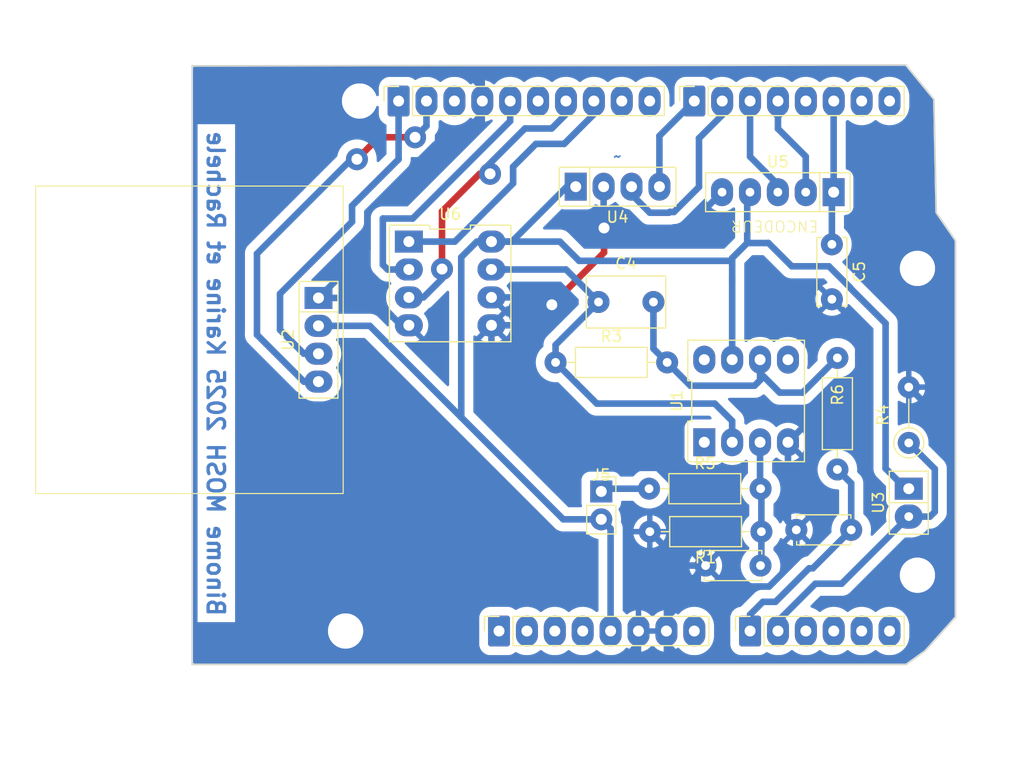
<source format=kicad_pcb>
(kicad_pcb (version 20241229) (generator "pcbnew") (generator_version "9.0")
  (title_block (title "KiCad Shield UNO 4 LED") (date "2024-09-01") (rev "1.0.0") (company "CNRS - Réseau des Electroniciens et Instrumentalistes (RdE)") (comment 1 "Arnauld BIGANZOLI <biganzoli@laplace.univ-tlse.fr>") (comment 2 "Opérateur CAO :") (comment 4 "Réalisation d'une shield 4 LED pour Arduino Uno"))
  (layers (0 "F.Cu" signal) (2 "B.Cu" signal) (13 "F.Paste" user) (15 "B.Paste" user) (5 "F.SilkS" user "F.Silkscreen") (7 "B.SilkS" user "B.Silkscreen") (1 "F.Mask" user) (3 "B.Mask" user) (25 "Edge.Cuts" user))
  (net 0 "")
  (net 4 "GND")
  (net 6 "R2")
  (net 8 "SDI")
  (net 9 "SCK")
  (net 10 "CS")
  (net 11 "OUT_FLEX")
  (net 13 "SCL")
  (net 14 "SDA")
  (net 15 "CLK")
  (net 17 "RX")
  (net 19 "TX")
  (net 22 "+3V3")
  (net 23 "VCC")
  (net 24 "DATA")
  (net 25 "SWITCH")
  (net 26 "Net-(J5-Pin_1)")
  (net 27 "/D8")
  (net 28 "/D9")
  (net 29 "Net-(U1-+)")
  (net 30 "ADC")
  (net 31 "Net-(C4-Pad2)")
  (net 35 "5V")
  (footprint "Connector_PinSocket_2.54mm:PinSocket_1x08_P2.54mm_Vertical" (layer "F.Cu") (at 127.94 97.46 90)
    (property "Reference" "J1" (hide yes))
    (property "Value" "Power")
    (fp_line (start 1.33 -1.33) (end 1.33 0) (stroke (width 0.12)) (layer "F.SilkS"))
    (fp_line (start 0 -1.33) (end 1.33 -1.33) (stroke (width 0.12)) (layer "F.SilkS"))
    (fp_line (start 1.33 1.27) (end 1.33 19.11) (stroke (width 0.12)) (layer "F.SilkS"))
    (fp_line (start -1.33 1.27) (end 1.33 1.27) (stroke (width 0.12)) (layer "F.SilkS"))
    (fp_line (start -1.33 1.27) (end -1.33 19.11) (stroke (width 0.12)) (layer "F.SilkS"))
    (fp_line (start -1.33 19.11) (end 1.33 19.11) (stroke (width 0.12)) (layer "F.SilkS"))
    (pad "1" thru_hole roundrect (at 0 0 90) (size 2.8 2) (drill 1) (layers "*.Cu" "*.Mask") (roundrect_rratio 0.125))
    (pad "2" thru_hole oval (at 0 2.54 90) (size 2.8 2) (drill 1) (layers "*.Cu" "*.Mask"))
    (pad "3" thru_hole oval (at 0 5.08 90) (size 2.8 2) (drill 1) (layers "*.Cu" "*.Mask"))
    (pad "4" thru_hole oval (at 0 7.62 90) (size 2.8 2) (drill 1) (layers "*.Cu" "*.Mask") (net 22 "+3V3"))
    (pad "5" thru_hole oval (at 0 10.16 90) (size 2.8 2) (drill 1) (layers "*.Cu" "*.Mask") (net 35 "5V"))
    (pad "6" thru_hole oval (at 0 12.7 90) (size 2.8 2) (drill 1) (layers "*.Cu" "*.Mask") (net 4 "GND"))
    (pad "7" thru_hole oval (at 0 15.24 90) (size 2.8 2) (drill 1) (layers "*.Cu" "*.Mask") (net 4 "GND"))
    (pad "8" thru_hole oval (at 0 17.78 90) (size 2.8 2) (drill 1) (layers "*.Cu" "*.Mask") (net 23 "VCC"))
  )
  (footprint "Connector_PinSocket_2.54mm:PinSocket_1x06_P2.54mm_Vertical" (layer "F.Cu") (at 150.8 97.46 90)
    (property "Reference" "J3" (hide yes))
    (property "Value" "Analog")
    (fp_line (start 1.33 -1.33) (end 1.33 0) (stroke (width 0.12)) (layer "F.SilkS"))
    (fp_line (start 0 -1.33) (end 1.33 -1.33) (stroke (width 0.12)) (layer "F.SilkS"))
    (fp_line (start 1.33 1.27) (end 1.33 14.03) (stroke (width 0.12)) (layer "F.SilkS"))
    (fp_line (start -1.33 1.27) (end 1.33 1.27) (stroke (width 0.12)) (layer "F.SilkS"))
    (fp_line (start -1.33 1.27) (end -1.33 14.03) (stroke (width 0.12)) (layer "F.SilkS"))
    (fp_line (start -1.33 14.03) (end 1.33 14.03) (stroke (width 0.12)) (layer "F.SilkS"))
    (pad "1" thru_hole roundrect (at 0 0 90) (size 2.8 2) (drill 1) (layers "*.Cu" "*.Mask") (roundrect_rratio 0.125) (net 30 "ADC"))
    (pad "2" thru_hole oval (at 0 2.54 90) (size 2.8 2) (drill 1) (layers "*.Cu" "*.Mask") (net 11 "OUT_FLEX"))
    (pad "3" thru_hole oval (at 0 5.08 90) (size 2.8 2) (drill 1) (layers "*.Cu" "*.Mask"))
    (pad "4" thru_hole oval (at 0 7.62 90) (size 2.8 2) (drill 1) (layers "*.Cu" "*.Mask"))
    (pad "5" thru_hole oval (at 0 10.16 90) (size 2.8 2) (drill 1) (layers "*.Cu" "*.Mask") (net 14 "SDA"))
    (pad "6" thru_hole oval (at 0 12.7 90) (size 2.8 2) (drill 1) (layers "*.Cu" "*.Mask") (net 13 "SCL"))
  )
  (footprint "Connector_PinSocket_2.54mm:PinSocket_1x10_P2.54mm_Vertical" (layer "F.Cu") (at 118.796 49.2 90)
    (property "Reference" "J2" (hide yes))
    (property "Value" "Digital/PWM")
    (fp_line (start 1.33 -1.33) (end 1.33 0) (stroke (width 0.12)) (layer "F.SilkS"))
    (fp_line (start 0 -1.33) (end 1.33 -1.33) (stroke (width 0.12)) (layer "F.SilkS"))
    (fp_line (start 1.33 1.27) (end 1.33 24.19) (stroke (width 0.12)) (layer "F.SilkS"))
    (fp_line (start -1.33 1.27) (end 1.33 1.27) (stroke (width 0.12)) (layer "F.SilkS"))
    (fp_line (start -1.33 1.27) (end -1.33 24.19) (stroke (width 0.12)) (layer "F.SilkS"))
    (fp_line (start -1.33 24.19) (end 1.33 24.19) (stroke (width 0.12)) (layer "F.SilkS"))
    (pad "1" thru_hole roundrect (at 0 0 90) (size 2.8 2) (drill 1) (layers "*.Cu" "*.Mask") (roundrect_rratio 0.125) (net 13 "SCL"))
    (pad "2" thru_hole oval (at 0 2.54 90) (size 2.8 2) (drill 1) (layers "*.Cu" "*.Mask") (net 14 "SDA"))
    (pad "3" thru_hole oval (at 0 5.08 90) (size 2.8 2) (drill 1) (layers "*.Cu" "*.Mask"))
    (pad "4" thru_hole oval (at 0 7.62 90) (size 2.8 2) (drill 1) (layers "*.Cu" "*.Mask") (net 4 "GND"))
    (pad "5" thru_hole oval (at 0 10.16 90) (size 2.8 2) (drill 1) (layers "*.Cu" "*.Mask") (net 9 "SCK"))
    (pad "6" thru_hole oval (at 0 12.7 90) (size 2.8 2) (drill 1) (layers "*.Cu" "*.Mask"))
    (pad "7" thru_hole oval (at 0 15.24 90) (size 2.8 2) (drill 1) (layers "*.Cu" "*.Mask") (net 8 "SDI"))
    (pad "8" thru_hole oval (at 0 17.78 90) (size 2.8 2) (drill 1) (layers "*.Cu" "*.Mask") (net 10 "CS"))
    (pad "9" thru_hole oval (at 0 20.32 90) (size 2.8 2) (drill 1) (layers "*.Cu" "*.Mask") (net 28 "/D9"))
    (pad "10" thru_hole oval (at 0 22.86 90) (size 2.8 2) (drill 1) (layers "*.Cu" "*.Mask") (net 27 "/D8"))
  )
  (footprint "Connector_PinSocket_2.54mm:PinSocket_1x08_P2.54mm_Vertical" (layer "F.Cu") (at 145.72 49.2 90)
    (property "Reference" "J4" (hide yes))
    (property "Value" "Digital/PWM")
    (fp_line (start 1.33 -1.33) (end 1.33 0) (stroke (width 0.12)) (layer "F.SilkS"))
    (fp_line (start 0 -1.33) (end 1.33 -1.33) (stroke (width 0.12)) (layer "F.SilkS"))
    (fp_line (start 1.33 1.27) (end 1.33 19.11) (stroke (width 0.12)) (layer "F.SilkS"))
    (fp_line (start -1.33 1.27) (end 1.33 1.27) (stroke (width 0.12)) (layer "F.SilkS"))
    (fp_line (start -1.33 1.27) (end -1.33 19.11) (stroke (width 0.12)) (layer "F.SilkS"))
    (fp_line (start -1.33 19.11) (end 1.33 19.11) (stroke (width 0.12)) (layer "F.SilkS"))
    (pad "1" thru_hole roundrect (at 0 0 90) (size 2.8 2) (drill 1) (layers "*.Cu" "*.Mask") (roundrect_rratio 0.125) (net 17 "RX"))
    (pad "2" thru_hole oval (at 0 2.54 90) (size 2.8 2) (drill 1) (layers "*.Cu" "*.Mask") (net 19 "TX"))
    (pad "3" thru_hole oval (at 0 5.08 90) (size 2.8 2) (drill 1) (layers "*.Cu" "*.Mask") (net 25 "SWITCH"))
    (pad "4" thru_hole oval (at 0 7.62 90) (size 2.8 2) (drill 1) (layers "*.Cu" "*.Mask") (net 24 "DATA"))
    (pad "5" thru_hole oval (at 0 10.16 90) (size 2.8 2) (drill 1) (layers "*.Cu" "*.Mask"))
    (pad "6" thru_hole oval (at 0 12.7 90) (size 2.8 2) (drill 1) (layers "*.Cu" "*.Mask") (net 15 "CLK"))
    (pad "7" thru_hole oval (at 0 15.24 90) (size 2.8 2) (drill 1) (layers "*.Cu" "*.Mask"))
    (pad "8" thru_hole oval (at 0 17.78 90) (size 2.8 2) (drill 1) (layers "*.Cu" "*.Mask"))
  )
  (footprint "Capacitor_THT:C_Rect_L7.0mm_W4.5mm_P5.00mm" (layer "F.Cu") (at 137 67.5)
    (property "Reference" "C4" (at 2.5 -3.5 0) (layer "F.SilkS"))
    (property "Value" "1µ")
    (fp_line (start -1.12 -2.37) (end -1.12 2.37) (stroke (width 0.12)) (layer "F.SilkS"))
    (fp_line (start -1.12 -2.37) (end 6.12 -2.37) (stroke (width 0.12)) (layer "F.SilkS"))
    (fp_line (start -1.12 2.37) (end 6.12 2.37) (stroke (width 0.12)) (layer "F.SilkS"))
    (fp_line (start 6.12 -2.37) (end 6.12 2.37) (stroke (width 0.12)) (layer "F.SilkS"))
    (pad "1" thru_hole circle (at 0 0) (size 2 2) (drill 0.8) (layers "*.Cu" "*.Mask") (net 6 "R2"))
    (pad "2" thru_hole circle (at 5 0) (size 2 2) (drill 0.8) (layers "*.Cu" "*.Mask") (net 31 "Net-(C4-Pad2)"))
  )
  (footprint "Capacitor_THT:C_Disc_D6.0mm_W2.5mm_P5.00mm" (layer "F.Cu") (at 158.25 62.25 -90)
    (property "Reference" "C5" (at 2.5 -2.5 90) (layer "F.SilkS"))
    (property "Value" "100n")
    (fp_line (start -0.62 1.37) (end 5.62 1.37) (stroke (width 0.12)) (layer "F.SilkS"))
    (fp_line (start -0.62 0.925) (end -0.62 1.37) (stroke (width 0.12)) (layer "F.SilkS"))
    (fp_line (start 5.62 0.925) (end 5.62 1.37) (stroke (width 0.12)) (layer "F.SilkS"))
    (fp_line (start -0.62 -1.37) (end -0.62 -0.925) (stroke (width 0.12)) (layer "F.SilkS"))
    (fp_line (start -0.62 -1.37) (end 5.62 -1.37) (stroke (width 0.12)) (layer "F.SilkS"))
    (fp_line (start 5.62 -1.37) (end 5.62 -0.925) (stroke (width 0.12)) (layer "F.SilkS"))
    (pad "1" thru_hole circle (at 0 0 270) (size 2 2) (drill 0.8) (layers "*.Cu" "*.Mask") (net 15 "CLK"))
    (pad "2" thru_hole circle (at 5 0 270) (size 2 2) (drill 0.8) (layers "*.Cu" "*.Mask") (net 4 "GND"))
  )
  (footprint "MaLibEmpreinte:Potentiometre" (layer "F.Cu") (at 123.49 65.81 -90)
    (property "Reference" "U6" (at -6.31 0 0) (layer "F.SilkS"))
    (property "Value" "~")
    (fp_line (start -5.31 5.53) (end 5.31 5.53) (stroke (width 0.12)) (layer "F.SilkS"))
    (fp_line (start 5.31 5.53) (end 5.31 -5.53) (stroke (width 0.12)) (layer "F.SilkS"))
    (fp_line (start -5.31 1.843333) (end -5.31 5.53) (stroke (width 0.12)) (layer "F.SilkS"))
    (fp_line (start -4.95 1.843333) (end -5.31 1.843333) (stroke (width 0.12)) (layer "F.SilkS"))
    (fp_line (start -5.31 -1.843333) (end -4.95 -1.843333) (stroke (width 0.12)) (layer "F.SilkS"))
    (fp_line (start -4.95 -1.843333) (end -4.95 1.843333) (stroke (width 0.12)) (layer "F.SilkS"))
    (fp_line (start -5.31 -5.53) (end -5.31 -1.843333) (stroke (width 0.12)) (layer "F.SilkS"))
    (fp_line (start 5.31 -5.53) (end -5.31 -5.53) (stroke (width 0.12)) (layer "F.SilkS"))
    (pad "1" thru_hole rect (at -3.81 3.76 270) (size 2 2.54) (drill 1) (layers "*.Cu" "*.Mask") (net 10 "CS"))
    (pad "2" thru_hole oval (at -1.27 3.76 270) (size 2 2.54) (drill 1) (layers "*.Cu" "*.Mask") (net 9 "SCK"))
    (pad "3" thru_hole oval (at 1.27 3.76 270) (size 2 2.54) (drill 1) (layers "*.Cu" "*.Mask") (net 8 "SDI"))
    (pad "4" thru_hole oval (at 3.81 3.76 270) (size 2 2.54) (drill 1) (layers "*.Cu" "*.Mask") (net 4 "GND"))
    (pad "5" thru_hole oval (at 3.81 -3.76 270) (size 2 2.54) (drill 1) (layers "*.Cu" "*.Mask") (net 4 "GND"))
    (pad "6" thru_hole oval (at 1.27 -3.76 270) (size 2 2.54) (drill 1) (layers "*.Cu" "*.Mask") (net 4 "GND"))
    (pad "7" thru_hole oval (at -1.27 -3.76 270) (size 2 2.54) (drill 1) (layers "*.Cu" "*.Mask") (net 6 "R2"))
    (pad "8" thru_hole oval (at -3.81 -3.76 270) (size 2 2.54) (drill 1) (layers "*.Cu" "*.Mask") (net 35 "5V"))
  )
  (footprint "MaLibEmpreinte:Flex sensor" (layer "F.Cu") (at 165.25 85.77 -90)
    (property "Reference" "U3" (at 0 2.77 90) (layer "F.SilkS"))
    (property "Value" "~")
    (fp_line (start -2.87 1.77) (end -2.87 -1.77) (stroke (width 0.12)) (layer "F.SilkS"))
    (fp_line (start 2.87 1.77) (end -2.87 1.77) (stroke (width 0.12)) (layer "F.SilkS"))
    (fp_line (start -2.87 -1.77) (end 2.87 -1.77) (stroke (width 0.12)) (layer "F.SilkS"))
    (fp_line (start 0 -1.77) (end 0 1.77) (stroke (width 0.12)) (layer "F.SilkS"))
    (fp_line (start 2.87 -1.77) (end 2.87 1.77) (stroke (width 0.12)) (layer "F.SilkS"))
    (pad "1" thru_hole rect (at -1.27 0 270) (size 2 2.54) (drill 1) (layers "*.Cu" "*.Mask") (net 35 "5V"))
    (pad "2" thru_hole oval (at 1.27 0 270) (size 2.2 2.54) (drill 0.8) (layers "*.Cu" "*.Mask") (net 11 "OUT_FLEX"))
  )
  (footprint "Resistor_THT:R_Axial_DIN0207_L6.3mm_D2.5mm_P10.16mm_Horizontal" (layer "F.Cu") (at 151.83 88.41 180)
    (property "Reference" "R1" (at 5.08 -2.37 0) (layer "F.SilkS"))
    (property "Value" "100k")
    (fp_line (start 9.12 0) (end 8.35 0) (stroke (width 0.12)) (layer "F.SilkS"))
    (fp_line (start 8.35 1.37) (end 8.35 -1.37) (stroke (width 0.12)) (layer "F.SilkS"))
    (fp_line (start 8.35 -1.37) (end 1.81 -1.37) (stroke (width 0.12)) (layer "F.SilkS"))
    (fp_line (start 1.81 1.37) (end 8.35 1.37) (stroke (width 0.12)) (layer "F.SilkS"))
    (fp_line (start 1.81 -1.37) (end 1.81 1.37) (stroke (width 0.12)) (layer "F.SilkS"))
    (fp_line (start 1.04 0) (end 1.81 0) (stroke (width 0.12)) (layer "F.SilkS"))
    (pad "1" thru_hole circle (at 0 0 180) (size 2 2) (drill 0.8) (layers "*.Cu" "*.Mask") (net 29 "Net-(U1-+)"))
    (pad "2" thru_hole oval (at 10.16 0 180) (size 2 2) (drill 0.8) (layers "*.Cu" "*.Mask") (net 4 "GND"))
  )
  (footprint "MaLibEmpreinte:OLED" (layer "F.Cu") (at 111.5 70.94 -90)
    (property "Reference" "U2" (at 0 2.77 90) (layer "F.SilkS"))
    (property "Value" "~")
    (fp_line (start -5.31 1.77) (end -5.31 -1.77) (stroke (width 0.12)) (layer "F.SilkS"))
    (fp_line (start 5.31 1.77) (end -5.31 1.77) (stroke (width 0.12)) (layer "F.SilkS"))
    (fp_line (start -5.31 -1.77) (end 5.31 -1.77) (stroke (width 0.12)) (layer "F.SilkS"))
    (fp_line (start -2.54 -1.77) (end -2.54 1.77) (stroke (width 0.12)) (layer "F.SilkS"))
    (fp_line (start 5.31 -1.77) (end 5.31 1.77) (stroke (width 0.12)) (layer "F.SilkS"))
    (fp_rect (start -14 -2.25) (end 14 25.75) (stroke (width 0.1)) (fill no) (layer "F.SilkS"))
    (pad "1" thru_hole rect (at -3.81 0 270) (size 2 2.54) (drill 1) (layers "*.Cu" "*.Mask") (net 4 "GND"))
    (pad "2" thru_hole oval (at -1.27 0 270) (size 2 2.54) (drill 1) (layers "*.Cu" "*.Mask") (net 35 "5V"))
    (pad "3" thru_hole oval (at 1.27 0 270) (size 2 2.54) (drill 1) (layers "*.Cu" "*.Mask") (net 13 "SCL"))
    (pad "4" thru_hole oval (at 3.81 0 270) (size 2 2.54) (drill 1) (layers "*.Cu" "*.Mask") (net 14 "SDA"))
  )
  (footprint "Resistor_THT:R_Axial_DIN0207_L6.3mm_D2.5mm_P10.16mm_Horizontal" (layer "F.Cu") (at 141.6 84.5)
    (property "Reference" "R5" (at 5.095 -2.305 0) (layer "F.SilkS"))
    (property "Value" "10k")
    (fp_line (start 1.04 0) (end 1.81 0) (stroke (width 0.12)) (layer "F.SilkS"))
    (fp_line (start 1.81 -1.37) (end 1.81 1.37) (stroke (width 0.12)) (layer "F.SilkS"))
    (fp_line (start 1.81 1.37) (end 8.35 1.37) (stroke (width 0.12)) (layer "F.SilkS"))
    (fp_line (start 8.35 -1.37) (end 1.81 -1.37) (stroke (width 0.12)) (layer "F.SilkS"))
    (fp_line (start 8.35 1.37) (end 8.35 -1.37) (stroke (width 0.12)) (layer "F.SilkS"))
    (fp_line (start 9.12 0) (end 8.35 0) (stroke (width 0.12)) (layer "F.SilkS"))
    (pad "1" thru_hole circle (at 0 0) (size 2 2) (drill 0.8) (layers "*.Cu" "*.Mask") (net 26 "Net-(J5-Pin_1)"))
    (pad "2" thru_hole oval (at 10.16 0) (size 2 2) (drill 0.8) (layers "*.Cu" "*.Mask") (net 29 "Net-(U1-+)"))
  )
  (footprint "Capacitor_THT:C_Disc_D5.0mm_W2.5mm_P5.00mm" (layer "F.Cu") (at 151.75 91.5 180)
    (property "Reference" "C1" (hide yes))
    (property "Value" "100n")
    (fp_line (start 5.12 1.055) (end 5.12 1.37) (stroke (width 0.12)) (layer "F.SilkS"))
    (fp_line (start 5.12 -1.37) (end 5.12 -1.055) (stroke (width 0.12)) (layer "F.SilkS"))
    (fp_line (start -0.12 1.37) (end 5.12 1.37) (stroke (width 0.12)) (layer "F.SilkS"))
    (fp_line (start -0.12 1.055) (end -0.12 1.37) (stroke (width 0.12)) (layer "F.SilkS"))
    (fp_line (start -0.12 -1.37) (end 5.12 -1.37) (stroke (width 0.12)) (layer "F.SilkS"))
    (fp_line (start -0.12 -1.37) (end -0.12 -1.055) (stroke (width 0.12)) (layer "F.SilkS"))
    (pad "1" thru_hole circle (at 0 0 180) (size 2 2) (drill 0.8) (layers "*.Cu" "*.Mask") (net 29 "Net-(U1-+)"))
    (pad "2" thru_hole circle (at 5 0 180) (size 2 2) (drill 0.8) (layers "*.Cu" "*.Mask") (net 4 "GND"))
  )
  (footprint "Arduino_MountingHole:MountingHole_3.2mm" (layer "F.Cu") (at 115.24 49.2)
    (property "Reference" "MH1" (hide yes))
    (property "Value" "MountingHole_3.2mm" (hide yes))
    (pad "" np_thru_hole circle (at 0 0) (size 3.2 3.2) (drill 3.2) (layers "*.Cu" "*.Mask"))
  )
  (footprint "Connector_PinSocket_2.54mm:PinSocket_1x02_P2.54mm_Vertical" (layer "F.Cu") (at 137.25 84.75)
    (property "Reference" "J5" (at 0 -1.5 0) (layer "F.SilkS"))
    (property "Value" "Capteur")
    (fp_line (start -1.33 1.27) (end -1.33 3.87) (stroke (width 0.12)) (layer "F.SilkS"))
    (fp_line (start -1.33 1.27) (end 1.33 1.27) (stroke (width 0.12)) (layer "F.SilkS"))
    (fp_line (start -1.33 3.87) (end 1.33 3.87) (stroke (width 0.12)) (layer "F.SilkS"))
    (fp_line (start 0 -1.33) (end 1.33 -1.33) (stroke (width 0.12)) (layer "F.SilkS"))
    (fp_line (start 1.33 -1.33) (end 1.33 0) (stroke (width 0.12)) (layer "F.SilkS"))
    (fp_line (start 1.33 1.27) (end 1.33 3.87) (stroke (width 0.12)) (layer "F.SilkS"))
    (pad "1" thru_hole rect (at 0 0) (size 2 2) (drill 1) (layers "*.Cu" "*.Mask") (net 26 "Net-(J5-Pin_1)"))
    (pad "2" thru_hole oval (at 0 2.54) (size 2 2) (drill 1) (layers "*.Cu" "*.Mask") (net 35 "5V"))
  )
  (footprint "MaLibEmpreinte:ENCODEUR" (layer "F.Cu") (at 153.33 57.5 180)
    (property "Reference" "U5" (at 0 2.77 0) (layer "F.SilkS"))
    (property "Value" "~" (hide yes))
    (fp_line (start 6.58 1.77) (end -6.58 1.77) (stroke (width 0.12)) (layer "F.SilkS"))
    (fp_line (start 6.58 -1.77) (end 6.58 1.77) (stroke (width 0.12)) (layer "F.SilkS"))
    (fp_line (start -3.81 -1.77) (end -3.81 1.77) (stroke (width 0.12)) (layer "F.SilkS"))
    (fp_line (start -6.58 1.77) (end -6.58 -1.77) (stroke (width 0.12)) (layer "F.SilkS"))
    (fp_line (start -6.58 -1.77) (end 6.58 -1.77) (stroke (width 0.12)) (layer "F.SilkS"))
    (fp_text user "ENCODEUR" (at -3.75 -2.5 180) (layer "F.SilkS") (effects (font (thickness 0.1)) (justify left bottom)))
    (pad "1" thru_hole rect (at -5.08 0 180) (size 2 2.54) (drill 1) (layers "*.Cu" "*.Mask") (net 15 "CLK"))
    (pad "2" thru_hole oval (at -2.54 0 180) (size 2 2.54) (drill 0.8) (layers "*.Cu" "*.Mask") (net 24 "DATA"))
    (pad "3" thru_hole oval (at 0 0 180) (size 2 2.54) (drill 0.8) (layers "*.Cu" "*.Mask") (net 25 "SWITCH"))
    (pad "4" thru_hole oval (at 2.54 0 180) (size 2 2.54) (drill 0.8) (layers "*.Cu" "*.Mask") (net 35 "5V"))
    (pad "5" thru_hole oval (at 5.08 0 180) (size 2 2.54) (drill 0.8) (layers "*.Cu" "*.Mask") (net 4 "GND"))
  )
  (footprint "Capacitor_THT:C_Disc_D4.7mm_W2.5mm_P5.00mm" (layer "F.Cu") (at 160.01 88.25 180)
    (property "Reference" "C2" (hide yes))
    (property "Value" "100n")
    (fp_line (start 4.97 1.055) (end 4.97 1.37) (stroke (width 0.12)) (layer "F.SilkS"))
    (fp_line (start 4.97 -1.37) (end 4.97 -1.055) (stroke (width 0.12)) (layer "F.SilkS"))
    (fp_line (start 0.03 1.37) (end 4.97 1.37) (stroke (width 0.12)) (layer "F.SilkS"))
    (fp_line (start 0.03 1.055) (end 0.03 1.37) (stroke (width 0.12)) (layer "F.SilkS"))
    (fp_line (start 0.03 -1.37) (end 4.97 -1.37) (stroke (width 0.12)) (layer "F.SilkS"))
    (fp_line (start 0.03 -1.37) (end 0.03 -1.055) (stroke (width 0.12)) (layer "F.SilkS"))
    (pad "1" thru_hole circle (at 0 0 180) (size 2 2) (drill 0.8) (layers "*.Cu" "*.Mask") (net 30 "ADC"))
    (pad "2" thru_hole circle (at 5 0 180) (size 2 2) (drill 0.8) (layers "*.Cu" "*.Mask") (net 4 "GND"))
  )
  (footprint "MaLibEmpreinte:LTC1050" (layer "F.Cu") (at 150.44 76.51)
    (property "Reference" "U1" (at -6.31 0 90) (layer "F.SilkS"))
    (property "Value" "LTC1050")
    (fp_line (start -5.31 -5.53) (end -5.31 -1.843333) (stroke (width 0.12)) (layer "F.SilkS"))
    (fp_line (start -5.31 -1.843333) (end -4.95 -1.843333) (stroke (width 0.12)) (layer "F.SilkS"))
    (fp_line (start -5.31 1.843333) (end -5.31 5.53) (stroke (width 0.12)) (layer "F.SilkS"))
    (fp_line (start -5.31 5.53) (end 5.31 5.53) (stroke (width 0.12)) (layer "F.SilkS"))
    (fp_line (start -4.95 -1.843333) (end -4.95 1.843333) (stroke (width 0.12)) (layer "F.SilkS"))
    (fp_line (start -4.95 1.843333) (end -5.31 1.843333) (stroke (width 0.12)) (layer "F.SilkS"))
    (fp_line (start 5.31 -5.53) (end -5.31 -5.53) (stroke (width 0.12)) (layer "F.SilkS"))
    (fp_line (start 5.31 5.53) (end 5.31 -5.53) (stroke (width 0.12)) (layer "F.SilkS"))
    (pad "1" thru_hole rect (at -3.81 3.76) (size 2 2.54) (drill 1) (layers "*.Cu" "*.Mask"))
    (pad "2" thru_hole oval (at -1.27 3.76) (size 2 2.54) (drill 1) (layers "*.Cu" "*.Mask") (net 6 "R2"))
    (pad "3" thru_hole oval (at 1.27 3.76) (size 2 2.54) (drill 1) (layers "*.Cu" "*.Mask") (net 29 "Net-(U1-+)"))
    (pad "4" thru_hole oval (at 3.81 3.76) (size 2 2.54) (drill 1) (layers "*.Cu" "*.Mask") (net 4 "GND"))
    (pad "5" thru_hole oval (at 3.81 -3.76) (size 2 2.54) (drill 1) (layers "*.Cu" "*.Mask"))
    (pad "6" thru_hole oval (at 1.27 -3.76) (size 2 2.54) (drill 1) (layers "*.Cu" "*.Mask") (net 31 "Net-(C4-Pad2)"))
    (pad "7" thru_hole oval (at -1.27 -3.76) (size 2 2.54) (drill 1) (layers "*.Cu" "*.Mask") (net 35 "5V"))
    (pad "8" thru_hole oval (at -3.81 -3.76) (size 2 2.54) (drill 1) (layers "*.Cu" "*.Mask"))
  )
  (footprint "Resistor_THT:R_Axial_DIN0207_L6.3mm_D2.5mm_P10.16mm_Horizontal" (layer "F.Cu") (at 158.75 72.59 -90)
    (property "Reference" "R6" (at 3.36 -0.01 90) (layer "F.SilkS"))
    (property "Value" "1k")
    (fp_line (start 1.81 1.37) (end 8.35 1.37) (stroke (width 0.12)) (layer "F.SilkS"))
    (fp_line (start 8.35 1.37) (end 8.35 -1.37) (stroke (width 0.12)) (layer "F.SilkS"))
    (fp_line (start 1.04 0) (end 1.81 0) (stroke (width 0.12)) (layer "F.SilkS"))
    (fp_line (start 9.12 0) (end 8.35 0) (stroke (width 0.12)) (layer "F.SilkS"))
    (fp_line (start 1.81 -1.37) (end 1.81 1.37) (stroke (width 0.12)) (layer "F.SilkS"))
    (fp_line (start 8.35 -1.37) (end 1.81 -1.37) (stroke (width 0.12)) (layer "F.SilkS"))
    (pad "1" thru_hole circle (at 0 0 270) (size 2 2) (drill 0.8) (layers "*.Cu" "*.Mask") (net 31 "Net-(C4-Pad2)"))
    (pad "2" thru_hole oval (at 10.16 0 270) (size 2 2) (drill 0.8) (layers "*.Cu" "*.Mask") (net 30 "ADC"))
  )
  (footprint "MaLibEmpreinte:bluetooth" (layer "F.Cu") (at 138.735 57)
    (property "Reference" "U4" (at 0 2.77 0) (layer "F.SilkS"))
    (property "Value" "~" (at 0 -2.77 0) (layer "B.Cu"))
    (fp_line (start -5.31 -1.77) (end 5.31 -1.77) (stroke (width 0.12)) (layer "F.SilkS"))
    (fp_line (start -5.31 1.77) (end -5.31 -1.77) (stroke (width 0.12)) (layer "F.SilkS"))
    (fp_line (start -2.54 -1.77) (end -2.54 1.77) (stroke (width 0.12)) (layer "F.SilkS"))
    (fp_line (start 5.31 -1.77) (end 5.31 1.77) (stroke (width 0.12)) (layer "F.SilkS"))
    (fp_line (start 5.31 1.77) (end -5.31 1.77) (stroke (width 0.12)) (layer "F.SilkS"))
    (pad "1" thru_hole rect (at -3.81 0) (size 2 2.54) (drill 1) (layers "*.Cu" "*.Mask") (net 35 "5V"))
    (pad "2" thru_hole oval (at -1.27 0) (size 2 2.54) (drill 1) (layers "*.Cu" "*.Mask") (net 4 "GND"))
    (pad "3" thru_hole oval (at 1.27 0) (size 2 2.54) (drill 1) (layers "*.Cu" "*.Mask") (net 19 "TX"))
    (pad "4" thru_hole oval (at 3.81 0) (size 2 2.54) (drill 1) (layers "*.Cu" "*.Mask") (net 17 "RX"))
  )
  (footprint "Resistor_THT:R_Axial_DIN0207_L6.3mm_D2.5mm_P10.16mm_Horizontal" (layer "F.Cu") (at 133.09 73)
    (property "Reference" "R3" (at 5.08 -2.37 0) (layer "F.SilkS"))
    (property "Value" "100k")
    (fp_line (start 1.04 0) (end 1.81 0) (stroke (width 0.12)) (layer "F.SilkS"))
    (fp_line (start 1.81 -1.37) (end 1.81 1.37) (stroke (width 0.12)) (layer "F.SilkS"))
    (fp_line (start 1.81 1.37) (end 8.35 1.37) (stroke (width 0.12)) (layer "F.SilkS"))
    (fp_line (start 8.35 -1.37) (end 1.81 -1.37) (stroke (width 0.12)) (layer "F.SilkS"))
    (fp_line (start 8.35 1.37) (end 8.35 -1.37) (stroke (width 0.12)) (layer "F.SilkS"))
    (fp_line (start 9.12 0) (end 8.35 0) (stroke (width 0.12)) (layer "F.SilkS"))
    (pad "1" thru_hole circle (at 0 0) (size 2 2) (drill 0.8) (layers "*.Cu" "*.Mask") (net 6 "R2"))
    (pad "2" thru_hole oval (at 10.16 0) (size 2 2) (drill 0.8) (layers "*.Cu" "*.Mask") (net 31 "Net-(C4-Pad2)"))
  )
  (footprint "Arduino_MountingHole:MountingHole_3.2mm" (layer "F.Cu") (at 113.97 97.46)
    (property "Reference" "MH2" (hide yes))
    (property "Value" "MountingHole_3.2mm" (hide yes))
    (pad "" np_thru_hole circle (at 0 0) (size 3.2 3.2) (drill 3.2) (layers "*.Cu" "*.Mask"))
  )
  (footprint "Arduino_MountingHole:MountingHole_3.2mm" (layer "F.Cu") (at 166.04 64.44)
    (property "Reference" "MH3" (hide yes))
    (property "Value" "MountingHole_3.2mm" (hide yes))
    (pad "" np_thru_hole circle (at 0 0) (size 3.2 3.2) (drill 3.2) (layers "*.Cu" "*.Mask"))
  )
  (footprint "Arduino_MountingHole:MountingHole_3.2mm" (layer "F.Cu") (at 166.04 92.38)
    (property "Reference" "MH4" (hide yes))
    (property "Value" "MountingHole_3.2mm" (hide yes))
    (pad "" np_thru_hole circle (at 0 0) (size 3.2 3.2) (drill 3.2) (layers "*.Cu" "*.Mask"))
  )
  (footprint "Resistor_THT:R_Axial_DIN0207_L6.3mm_D2.5mm_P5.08mm_Vertical" (layer "F.Cu") (at 165.25 80.33 90)
    (property "Reference" "R4" (at 2.54 -2.37 90) (layer "F.SilkS"))
    (property "Value" "47k")
    (fp_line (start 1.37 0) (end 3.98 0) (stroke (width 0.12)) (layer "F.SilkS"))
    (fp_circle (center 0 0) (end 1.37 0) (stroke (width 0.12)) (fill no) (layer "F.SilkS"))
    (pad "1" thru_hole circle (at 0 0 90) (size 2 2) (drill 0.8) (layers "*.Cu" "*.Mask") (net 11 "OUT_FLEX"))
    (pad "2" thru_hole oval (at 5.08 0 90) (size 2 2) (drill 0.8) (layers "*.Cu" "*.Mask") (net 4 "GND"))
  )
  (gr_line (start 167.75 59.36) (end 169.5 61.9) (stroke (width 0.15)) (layer "Edge.Cuts"))
  (gr_line (start 100 100.5) (end 100 46) (stroke (width 0.15)) (layer "Edge.Cuts"))
  (gr_line (start 169.5 61.9) (end 169.5 96.19) (stroke (width 0.15)) (layer "Edge.Cuts"))
  (gr_line (start 165.008 100.5) (end 100 100.5) (stroke (width 0.15)) (layer "Edge.Cuts"))
  (gr_line (start 100 46) (end 164.98 45.92) (stroke (width 0.15)) (layer "Edge.Cuts"))
  (gr_line (start 169.5 96.19) (end 166.75 99.25) (stroke (width 0.15)) (layer "Edge.Cuts"))
  (gr_line (start 164.98 45.92) (end 167.54 49.04) (stroke (width 0.15)) (layer "Edge.Cuts"))
  (gr_line (start 167.54 49.04) (end 167.75 59.36) (stroke (width 0.15)) (layer "Edge.Cuts"))
  (gr_line (start 166.75 99.25) (end 165.008 100.5) (stroke (width 0.15)) (layer "Edge.Cuts"))
  (gr_text "Binome MOSH 2025 Karine et Rachele " (at 101.25 96.25 270) (layer "B.Cu") (effects (font (size 1.5 1.5) (thickness 0.3) (bold yes)) (justify left bottom mirror)))
  (segment (start 137.503319 62.996681) (end 137.503319 60.76) (width 0.6) (layer "F.Cu") (net 4))
  (segment (start 132.75 67.75) (end 137.503319 62.996681) (width 0.6) (layer "F.Cu") (net 4))
  (via (at 132.75 67.75) (size 2) (drill 1) (layers "F.Cu" "B.Cu") (net 4))
  (via (at 137.503319 60.76) (size 2) (drill 1) (layers "F.Cu" "B.Cu") (net 4))
  (segment (start 146.75 86.96158) (end 146.75 91.5) (width 0.6) (layer "B.Cu") (net 4))
  (segment (start 154.25 80.27) (end 154.25 87.49) (width 0.6) (layer "B.Cu") (net 4))
  (segment (start 111.5 67.13) (end 116.538737 67.13) (width 0.6) (layer "B.Cu") (net 4))
  (segment (start 132.75058 82.599) (end 142.38742 82.599) (width 0.6) (layer "B.Cu") (net 4))
  (segment (start 154.25 80.27) (end 154.25 80) (width 0.6) (layer "B.Cu") (net 4))
  (segment (start 115.957 62.673) (end 115.957 59.318273) (width 0.6) (layer "B.Cu") (net 4))
  (segment (start 164.370263 99.961) (end 144.481 99.961) (width 0.6) (layer "B.Cu") (net 4))
  (segment (start 160.651 69.651) (end 160.651 73.869) (width 0.6) (layer "B.Cu") (net 4))
  (segment (start 137.514319 60.771) (end 137.503319 60.76) (width 0.6) (layer "B.Cu") (net 4))
  (segment (start 146.039 93.401) (end 146.039 92.211) (width 0.6) (layer "B.Cu") (net 4))
  (segment (start 104.5 79.25) (end 125.211 99.961) (width 0.6) (layer "B.Cu") (net 4))
  (segment (start 144.979 60.771) (end 137.514319 60.771) (width 0.6) (layer "B.Cu") (net 4))
  (segment (start 125.115 46.699) (end 110.801 46.699) (width 0.6) (layer "B.Cu") (net 4))
  (segment (start 137.465 57) (end 137.465 60.721681) (width 0.6) (layer "B.Cu") (net 4))
  (segment (start 126.416 49.2) (end 126.416 48) (width 0.6) (layer "B.Cu") (net 4))
  (segment (start 160.651 73.869) (end 154.25 80.27) (width 0.6) (layer "B.Cu") (net 4))
  (segment (start 142.38742 82.599) (end 146.75 86.96158) (width 0.6) (layer "B.Cu") (net 4))
  (segment (start 140.64 98.66) (end 140.64 97.46) (width 0.6) (layer "B.Cu") (net 4))
  (segment (start 127.25 77.09842) (end 132.75058 82.599) (width 0.6) (layer "B.Cu") (net 4))
  (segment (start 104.5 71.554898) (end 104.5 79.25) (width 0.6) (layer "B.Cu") (net 4))
  (segment (start 137.524 60.571) (end 144.301056 60.571) (width 0.2) (layer "B.Cu") (net 4))
  (segment (start 126.416 50.4) (end 126.416 49.2) (width 0.6) (layer "B.Cu") (net 4))
  (segment (start 127.25 69.62) (end 127.25 77.09842) (width 0.6) (layer "B.Cu") (net 4))
  (segment (start 144.481 99.961) (end 143.18 98.66) (width 0.6) (layer "B.Cu") (net 4))
  (segment (start 110.801 46.699) (end 104.5 53) (width 0.6) (layer "B.Cu") (net 4))
  (segment (start 146.039 92.211) (end 146.75 91.5) (width 0.6) (layer "B.Cu") (net 4))
  (segment (start 137.465 60.721681) (end 137.503319 60.76) (width 0.6) (layer "B.Cu") (net 4))
  (segment (start 144.76 91.5) (end 141.67 88.41) (width 0.6) (layer "B.Cu") (net 4))
  (segment (start 115.957 59.318273) (end 122.115024 53.160249) (width 0.6) (layer "B.Cu") (net 4))
  (segment (start 137.295 57.17) (end 137.465 57) (width 0.6) (layer "B.Cu") (net 4))
  (segment (start 169.021 79.021) (end 169.021 95.310263) (width 0.6) (layer "B.Cu") (net 4))
  (segment (start 123.655751 53.160249) (end 126.416 50.4) (width 0.6) (layer "B.Cu") (net 4))
  (segment (start 143.18 96.26) (end 143.18 97.46) (width 0.6) (layer "B.Cu") (net 4))
  (segment (start 146.039 93.401) (end 143.18 96.26) (width 0.6) (layer "B.Cu") (net 4))
  (segment (start 146.75 91.5) (end 144.76 91.5) (width 0.6) (layer "B.Cu") (net 4))
  (segment (start 154.25 87.49) (end 155.01 88.25) (width 0.6) (layer "B.Cu") (net 4))
  (segment (start 132.08 67.08) (end 132.75 67.75) (width 0.6) (layer "B.Cu") (net 4))
  (segment (start 148 56.75) (end 148 57.154899) (width 0.6) (layer "B.Cu") (net 4))
  (segment (start 127.25 67.08) (end 132.08 67.08) (width 0.6) (layer "B.Cu") (net 4))
  (segment (start 104.5 70.025102) (end 104.315 70.210102) (width 0.6) (layer "B.Cu") (net 4))
  (segment (start 127.25 69.62) (end 130.88 69.62) (width 0.6) (layer "B.Cu") (net 4))
  (segment (start 126.416 49.2) (end 126.416 48.4) (width 0.2) (layer "B.Cu") (net 4))
  (segment (start 104.315 71.369898) (end 104.5 71.554898) (width 0.6) (layer "B.Cu") (net 4))
  (segment (start 104.5 53) (end 104.5 70.025102) (width 0.6) (layer "B.Cu") (net 4))
  (segment (start 155.01 90.92842) (end 152.53742 93.401) (width 0.6) (layer "B.Cu") (net 4))
  (segment (start 119.028737 69.62) (end 119.73 69.62) (width 0.6) (layer "B.Cu") (net 4))
  (segment (start 116.538737 67.13) (end 119.028737 69.62) (width 0.6) (layer "B.Cu") (net 4))
  (segment (start 126.416 49.2) (end 126.416 48.65158) (width 0.2) (layer "B.Cu") (net 4))
  (segment (start 148.25 57.5) (end 144.979 60.771) (width 0.6) (layer "B.Cu") (net 4))
  (segment (start 143.18 98.66) (end 143.18 97.46) (width 0.6) (layer "B.Cu") (net 4))
  (segment (start 169.021 95.310263) (end 164.370263 99.961) (width 0.6) (layer "B.Cu") (net 4))
  (segment (start 126.416 48) (end 125.115 46.699) (width 0.6) (layer "B.Cu") (net 4))
  (segment (start 130.88 69.62) (end 132.75 67.75) (width 0.6) (layer "B.Cu") (net 4))
  (segment (start 125.211 99.961) (end 139.339 99.961) (width 0.6) (layer "B.Cu") (net 4))
  (segment (start 158.25 67.25) (end 160.651 69.651) (width 0.6) (layer "B.Cu") (net 4))
  (segment (start 165.25 75.25) (end 169.021 79.021) (width 0.6) (layer "B.Cu") (net 4))
  (segment (start 152.53742 93.401) (end 146.039 93.401) (width 0.6) (layer "B.Cu") (net 4))
  (segment (start 155.01 88.25) (end 155.01 90.92842) (width 0.6) (layer "B.Cu") (net 4))
  (segment (start 122.115024 53.160249) (end 123.655751 53.160249) (width 0.6) (layer "B.Cu") (net 4))
  (segment (start 104.315 70.210102) (end 104.315 71.369898) (width 0.6) (layer "B.Cu") (net 4))
  (segment (start 111.5 67.13) (end 115.957 62.673) (width 0.6) (layer "B.Cu") (net 4))
  (segment (start 148 56.872056) (end 148 56.75) (width 0.2) (layer "B.Cu") (net 4))
  (segment (start 139.339 99.961) (end 140.64 98.66) (width 0.6) (layer "B.Cu") (net 4))
  (segment (start 127.25 64.54) (end 134.04 64.54) (width 0.6) (layer "B.Cu") (net 6))
  (segment (start 149.17 78.338) (end 147.582 76.75) (width 0.6) (layer "B.Cu") (net 6))
  (segment (start 127.25 64.54) (end 128.58 64.54) (width 0.6) (layer "B.Cu") (net 6))
  (segment (start 136.84 76.75) (end 133.09 73) (width 0.6) (layer "B.Cu") (net 6))
  (segment (start 133.09 73) (end 133.09 71.41) (width 0.6) (layer "B.Cu") (net 6))
  (segment (start 133.09 71.41) (end 137 67.5) (width 0.6) (layer "B.Cu") (net 6))
  (segment (start 149.17 80.27) (end 149.17 78.338) (width 0.6) (layer "B.Cu") (net 6))
  (segment (start 134.04 64.54) (end 137 67.5) (width 0.6) (layer "B.Cu") (net 6))
  (segment (start 147.582 76.75) (end 136.84 76.75) (width 0.6) (layer "B.Cu") (net 6))
  (segment (start 122.75 64.5) (end 122.75 59.25) (width 0.6) (layer "F.Cu") (net 8))
  (segment (start 126.173505 55.826495) (end 127.123254 55.826495) (width 0.6) (layer "F.Cu") (net 8))
  (segment (start 122.75 59.25) (end 126.173505 55.826495) (width 0.6) (layer "F.Cu") (net 8))
  (via (at 122.75 64.5) (size 2) (drill 1) (layers "F.Cu" "B.Cu") (net 8))
  (via (at 127.123254 55.826495) (size 2) (drill 1) (layers "F.Cu" "B.Cu") (net 8))
  (segment (start 134.036 49.2) (end 134.036 50.4) (width 0.6) (layer "B.Cu") (net 8))
  (segment (start 134.036 50.4) (end 132.735 51.701) (width 0.6) (layer "B.Cu") (net 8))
  (segment (start 126.609925 55.507958) (end 126.783638 55.681671) (width 0.6) (layer "B.Cu") (net 8))
  (segment (start 126.609925 55.390075) (end 126.609925 55.507958) (width 0.6) (layer "B.Cu") (net 8))
  (segment (start 121.06 67.08) (end 122.75 65.39) (width 0.6) (layer "B.Cu") (net 8))
  (segment (start 122.75 65.39) (end 122.75 64.5) (width 0.6) (layer "B.Cu") (net 8))
  (segment (start 126.783638 55.681671) (end 126.97843 55.681671) (width 0.6) (layer "B.Cu") (net 8))
  (segment (start 130.299 51.701) (end 126.609925 55.390075) (width 0.6) (layer "B.Cu") (net 8))
  (segment (start 126.97843 55.681671) (end 127.123254 55.826495) (width 0.6) (layer "B.Cu") (net 8))
  (segment (start 119.73 67.08) (end 121.06 67.08) (width 0.6) (layer "B.Cu") (net 8))
  (segment (start 132.735 51.701) (end 130.299 51.701) (width 0.6) (layer "B.Cu") (net 8))
  (segment (start 128.956 51.023899) (end 128.956 49.2) (width 0.6) (layer "B.Cu") (net 9))
  (segment (start 117.359 59.899) (end 120.080899 59.899) (width 0.6) (layer "B.Cu") (net 9))
  (segment (start 120.080899 59.899) (end 128.956 51.023899) (width 0.6) (layer "B.Cu") (net 9))
  (segment (start 117.798 64.54) (end 117.359 64.101) (width 0.6) (layer "B.Cu") (net 9))
  (segment (start 117.359 64.101) (end 117.359 59.899) (width 0.6) (layer "B.Cu") (net 9))
  (segment (start 119.73 64.54) (end 117.798 64.54) (width 0.6) (layer "B.Cu") (net 9))
  (segment (start 129.223254 55.184746) (end 131.307 53.101) (width 0.6) (layer "B.Cu") (net 10))
  (segment (start 129.223254 56.696344) (end 129.223254 55.184746) (width 0.6) (layer "B.Cu") (net 10))
  (segment (start 119.73 62) (end 123.919598 62) (width 0.6) (layer "B.Cu") (net 10))
  (segment (start 133.875 53.101) (end 136.576 50.4) (width 0.6) (layer "B.Cu") (net 10))
  (segment (start 123.919598 62) (end 129.223254 56.696344) (width 0.6) (layer "B.Cu") (net 10))
  (segment (start 131.307 53.101) (end 133.875 53.101) (width 0.6) (layer "B.Cu") (net 10))
  (segment (start 136.576 50.4) (end 136.576 49.2) (width 0.6) (layer "B.Cu") (net 10))
  (segment (start 156.747217 93.151) (end 153.34 96.558217) (width 0.6) (layer "B.Cu") (net 11))
  (segment (start 165.25 87.04) (end 159.139 93.151) (width 0.6) (layer "B.Cu") (net 11))
  (segment (start 159.139 93.151) (end 156.747217 93.151) (width 0.6) (layer "B.Cu") (net 11))
  (segment (start 167.182 87.04) (end 165.25 87.04) (width 0.6) (layer "B.Cu") (net 11))
  (segment (start 167.621 82.701) (end 167.621 86.601) (width 0.6) (layer "B.Cu") (net 11))
  (segment (start 153.34 96.558217) (end 153.34 97.46) (width 0.6) (layer "B.Cu") (net 11))
  (segment (start 165.25 80.33) (end 167.621 82.701) (width 0.6) (layer "B.Cu") (net 11))
  (segment (start 167.621 86.601) (end 167.182 87.04) (width 0.6) (layer "B.Cu") (net 11))
  (segment (start 114.557 60.193) (end 114.557 58.738375) (width 0.6) (layer "B.Cu") (net 13))
  (segment (start 111.5 72.21) (end 110.17 72.21) (width 0.6) (layer "B.Cu") (net 13))
  (segment (start 114.557 58.738375) (end 118.796 54.499375) (width 0.6) (layer "B.Cu") (net 13))
  (segment (start 110.17 72.21) (end 108 70.04) (width 0.6) (layer "B.Cu") (net 13))
  (segment (start 118.796 49.2) (end 118.796 54.499375) (width 0.6) (layer "B.Cu") (net 13))
  (segment (start 108 70.04) (end 108 66.75) (width 0.6) (layer "B.Cu") (net 13))
  (segment (start 108 66.75) (end 114.557 60.193) (width 0.6) (layer "B.Cu") (net 13))
  (segment (start 115 54.5) (end 117 52.5) (width 0.6) (layer "F.Cu") (net 14))
  (segment (start 117 52.5) (end 120.262625 52.5) (width 0.6) (layer "F.Cu") (net 14))
  (segment (start 120.262625 52.5) (end 120.266834 52.504209) (width 0.6) (layer "F.Cu") (net 14))
  (segment (start 120.266834 52.504209) (end 120.296 52.504209) (width 0.6) (layer "F.Cu") (net 14))
  (via (at 120.296 52.504209) (size 2) (drill 1) (layers "F.Cu" "B.Cu") (net 14))
  (via (at 115 54.5) (size 2) (drill 1) (layers "F.Cu" "B.Cu") (net 14))
  (segment (start 121.336 49.2) (end 121 49.536) (width 0.6) (layer "B.Cu") (net 14))
  (segment (start 105.9 70.48) (end 105.9 63.1) (width 0.6) (layer "B.Cu") (net 14))
  (segment (start 105.9 70.48) (end 110.17 74.75) (width 0.6) (layer "B.Cu") (net 14))
  (segment (start 114.5 54.5) (end 115 54.5) (width 0.6) (layer "B.Cu") (net 14))
  (segment (start 121.336 49.2) (end 121.336 51.464209) (width 0.6) (layer "B.Cu") (net 14))
  (segment (start 121.336 51.464209) (end 120.296 52.504209) (width 0.6) (layer "B.Cu") (net 14))
  (segment (start 110.17 74.75) (end 111.5 74.75) (width 0.6) (layer "B.Cu") (net 14))
  (segment (start 105.9 63.1) (end 114.5 54.5) (width 0.6) (layer "B.Cu") (net 14))
  (segment (start 158.25 57.66) (end 158.41 57.5) (width 0.6) (layer "B.Cu") (net 15))
  (segment (start 158.42 57.49) (end 158.41 57.5) (width 1) (layer "B.Cu") (net 15))
  (segment (start 158.16 49.46) (end 158.42 49.2) (width 0.6) (layer "B.Cu") (net 15))
  (segment (start 158.42 49.835) (end 158.41 49.845) (width 0.6) (layer "B.Cu") (net 15))
  (segment (start 158.25 62.25) (end 158.25 57.66) (width 0.6) (layer "B.Cu") (net 15))
  (segment (start 158.25 56.84) (end 158.16 56.75) (width 0.6) (layer "B.Cu") (net 15))
  (segment (start 158.41 49.845) (end 158.41 57.5) (width 0.6) (layer "B.Cu") (net 15))
  (segment (start 158.42 49.2) (end 158.42 49.835) (width 0.6) (layer "B.Cu") (net 15))
  (segment (start 142.545 57) (end 142.545 52.375) (width 0.6) (layer "B.Cu") (net 17))
  (segment (start 142.545 52.375) (end 145.72 49.2) (width 0.6) (layer "B.Cu") (net 17))
  (segment (start 140.005 57.701263) (end 141.674737 59.371) (width 0.6) (layer "B.Cu") (net 19))
  (segment (start 143.873585 59.3) (end 146.149 57.024585) (width 0.6) (layer "B.Cu") (net 19))
  (segment (start 143.486263 59.3) (end 143.873585 59.3) (width 0.6) (layer "B.Cu") (net 19))
  (segment (start 141.674737 59.371) (end 143.415263 59.371) (width 0.6) (layer "B.Cu") (net 19))
  (segment (start 148.26 50.47753) (end 148.26 49.2) (width 0.6) (layer "B.Cu") (net 19))
  (segment (start 146.149 57.024585) (end 146.149 52.58853) (width 0.6) (layer "B.Cu") (net 19))
  (segment (start 146.149 52.58853) (end 148.26 50.47753) (width 0.6) (layer "B.Cu") (net 19))
  (segment (start 140.005 57) (end 140.005 57.701263) (width 0.6) (layer "B.Cu") (net 19))
  (segment (start 143.415263 59.371) (end 143.486263 59.3) (width 0.6) (layer "B.Cu") (net 19))
  (segment (start 153.34 49.2) (end 153.34 51.721739) (width 0.6) (layer "B.Cu") (net 24))
  (segment (start 155.87 54.251739) (end 155.87 57.5) (width 0.6) (layer "B.Cu") (net 24))
  (segment (start 153.34 50.314105) (end 153.34 49.2) (width 1) (layer "B.Cu") (net 24))
  (segment (start 153.34 51.721739) (end 155.87 54.251739) (width 0.6) (layer "B.Cu") (net 24))
  (segment (start 153.33 56.798737) (end 153.33 57.5) (width 0.6) (layer "B.Cu") (net 25))
  (segment (start 150.8 49.2) (end 150.8 54.268737) (width 0.6) (layer "B.Cu") (net 25))
  (segment (start 150.8 54.268737) (end 153.33 56.798737) (width 0.6) (layer "B.Cu") (net 25))
  (segment (start 141.6 84.5) (end 137.5 84.5) (width 0.6) (layer "B.Cu") (net 26))
  (segment (start 137.5 84.5) (end 137.25 84.75) (width 0.6) (layer "B.Cu") (net 26))
  (segment (start 151.71 80.27) (end 151.71 84.45) (width 0.6) (layer "B.Cu") (net 29))
  (segment (start 151.83 84.73) (end 151.76 84.66) (width 0.6) (layer "B.Cu") (net 29))
  (segment (start 151.83 91.42) (end 151.75 91.5) (width 0.6) (layer "B.Cu") (net 29))
  (segment (start 151.71 84.45) (end 151.76 84.5) (width 0.6) (layer "B.Cu") (net 29))
  (segment (start 151.83 88.41) (end 151.83 84.73) (width 0.6) (layer "B.Cu") (net 29))
  (segment (start 151.83 88.41) (end 151.83 91.42) (width 0.6) (layer "B.Cu") (net 29))
  (segment (start 156.51 91.75) (end 160.01 88.25) (width 0.6) (layer "B.Cu") (net 30))
  (segment (start 150.8 97.46) (end 150.8 95.96842) (width 0.6) (layer "B.Cu") (net 30))
  (segment (start 150.8 95.96842) (end 151.96742 94.801) (width 0.6) (layer "B.Cu") (net 30))
  (segment (start 156.168319 91.75) (end 156.51 91.75) (width 0.6) (layer "B.Cu") (net 30))
  (segment (start 160.01 84.01) (end 158.75 82.75) (width 0.6) (layer "B.Cu") (net 30))
  (segment (start 151.96742 94.801) (end 153.117319 94.801) (width 0.6) (layer "B.Cu") (net 30))
  (segment (start 160.01 88.25) (end 160.01 84.01) (width 0.6) (layer "B.Cu") (net 30))
  (segment (start 153.117319 94.801) (end 156.168319 91.75) (width 0.6) (layer "B.Cu") (net 30))
  (segment (start 155.59 75.75) (end 153.5 75.75) (width 0.6) (layer "B.Cu") (net 31))
  (segment (start 158.75 72.59) (end 155.59 75.75) (width 0.6) (layer "B.Cu") (net 31))
  (segment (start 145.879 75.121) (end 151.209 75.121) (width 0.6) (layer "B.Cu") (net 31))
  (segment (start 142 67.5) (end 142 71.75) (width 0.6) (layer "B.Cu") (net 31))
  (segment (start 151.71 74.62) (end 151.71 72.75) (width 0.6) (layer "B.Cu") (net 31))
  (segment (start 153.5 75.75) (end 151.71 73.96) (width 0.6) (layer "B.Cu") (net 31))
  (segment (start 151.71 73.96) (end 151.71 72.75) (width 0.6) (layer "B.Cu") (net 31))
  (segment (start 143.25 73) (end 145.371 75.121) (width 0.6) (layer "B.Cu") (net 31))
  (segment (start 151.209 75.121) (end 151.71 74.62) (width 0.6) (layer "B.Cu") (net 31))
  (segment (start 142 71.75) (end 143.25 73) (width 0.6) (layer "B.Cu") (net 31))
  (segment (start 145.371 75.121) (end 145.879 75.121) (width 0.6) (layer "B.Cu") (net 31))
  (segment (start 133.79 87.29) (end 137.25 87.29) (width 0.6) (layer "B.Cu") (net 35))
  (segment (start 134.925 57) (end 134.925 57.37) (width 0.6) (layer "B.Cu") (net 35))
  (segment (start 134.11 57) (end 129.11 62) (width 0.6) (layer "B.Cu") (net 35))
  (segment (start 149.17 63.75) (end 149.17 63.5) (width 0.6) (layer "B.Cu") (net 35))
  (segment (start 138.1 88.14) (end 138.1 97.46) (width 0.6) (layer "B.Cu") (net 35))
  (segment (start 164.98 84.5) (end 163.139 82.659) (width 0.6) (layer "B.Cu") (net 35))
  (segment (start 149.17 65.5) (end 149.17 63.75) (width 0.6) (layer "B.Cu") (net 35))
  (segment (start 116.17 69.67) (end 124.5 78) (width 0.6) (layer "B.Cu") (net 35))
  (segment (start 159.9 66.21158) (end 159.9 66.170102) (width 0.6) (layer "B.Cu") (net 35))
  (segment (start 149.17 72.75) (end 149.17 65.5) (width 0.6) (layer "B.Cu") (net 35))
  (segment (start 127.25 62) (end 125.92 62) (width 0.6) (layer "B.Cu") (net 35))
  (segment (start 124.5 63.42) (end 124.5 78) (width 0.6) (layer "B.Cu") (net 35))
  (segment (start 163.139 82.659) (end 163.139 69.45058) (width 0.6) (layer "B.Cu") (net 35))
  (segment (start 157.979898 64.25) (end 154.598737 64.25) (width 0.6) (layer "B.Cu") (net 35))
  (segment (start 159.9 66.170102) (end 157.979898 64.25) (width 0.6) (layer "B.Cu") (net 35))
  (segment (start 163.139 69.45058) (end 159.9 66.21158) (width 0.6) (layer "B.Cu") (net 35))
  (segment (start 111.5 69.67) (end 116.17 69.67) (width 0.6) (layer "B.Cu") (net 35))
  (segment (start 127.25 62) (end 133.481314 62) (width 0.6) (layer "B.Cu") (net 35))
  (segment (start 135.231314 63.75) (end 149.17 63.75) (width 0.6) (layer "B.Cu") (net 35))
  (segment (start 137.25 87.29) (end 138.1 88.14) (width 0.6) (layer "B.Cu") (net 35))
  (segment (start 150.54 58.08) (end 150.54 56.75) (width 0.6) (layer "B.Cu") (net 35))
  (segment (start 129.11 62) (end 127.25 62) (width 0.6) (layer "B.Cu") (net 35))
  (segment (start 154.598737 64.25) (end 152.478737 62.13) (width 0.6) (layer "B.Cu") (net 35))
  (segment (start 150.54 62.13) (end 149.17 63.5) (width 0.6) (layer "B.Cu") (net 35))
  (segment (start 152.478737 62.13) (end 150.54 62.13) (width 0.6) (layer "B.Cu") (net 35))
  (segment (start 165.25 84.5) (end 164.98 84.5) (width 0.6) (layer "B.Cu") (net 35))
  (segment (start 133.481314 62) (end 135.231314 63.75) (width 0.6) (layer "B.Cu") (net 35))
  (segment (start 150.54 56.75) (end 150.54 62.13) (width 0.6) (layer "B.Cu") (net 35))
  (segment (start 125.92 62) (end 124.5 63.42) (width 0.6) (layer "B.Cu") (net 35))
  (segment (start 134.925 57) (end 134.11 57) (width 0.6) (layer "B.Cu") (net 35))
  (segment (start 124.5 78) (end 133.79 87.29) (width 0.6) (layer "B.Cu") (net 35))
  (zone (net 4) (net_name "GND") (layer "B.Cu") (connect_pads (clearance 0.508)) (min_thickness 0.25) (fill yes (thermal_gap 0.5) (thermal_bridge_width 0.5))
    (polygon (pts (xy 82.5 40.25) (xy 175.5 40) (xy 175.75 109.75) (xy 83 109.5)))
  )
)
</source>
